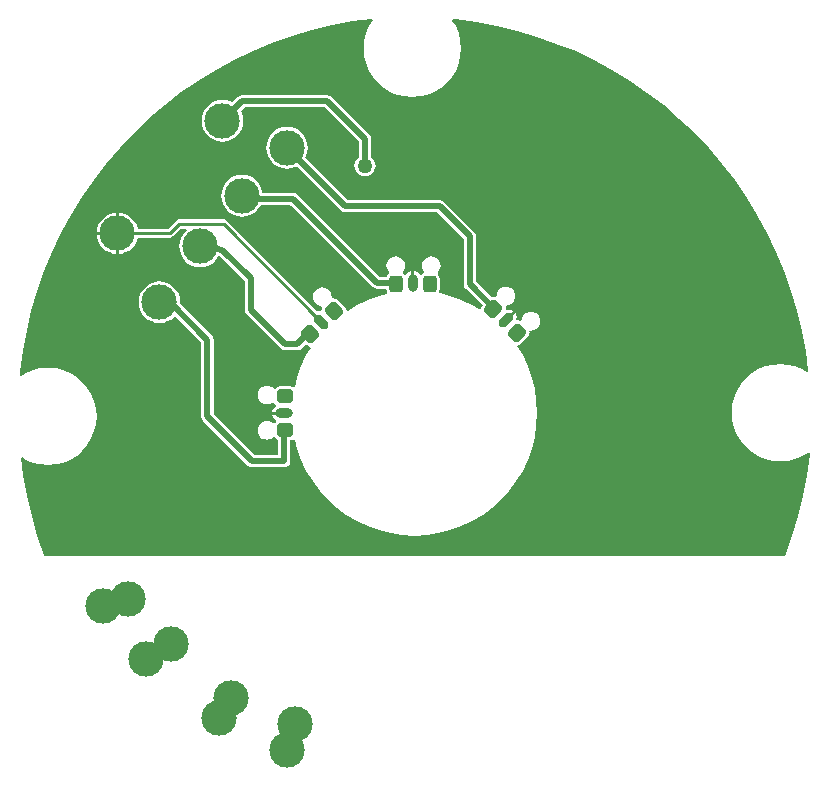
<source format=gbl>
G04*
G04 #@! TF.GenerationSoftware,Altium Limited,Altium Designer,18.0.12 (696)*
G04*
G04 Layer_Physical_Order=2*
G04 Layer_Color=16711680*
%FSLAX25Y25*%
%MOIN*%
G70*
G01*
G75*
%ADD20C,0.01968*%
%ADD21C,0.11811*%
G04:AMPARAMS|DCode=22|XSize=55.12mil|YSize=47.24mil|CornerRadius=11.81mil|HoleSize=0mil|Usage=FLASHONLY|Rotation=45.000|XOffset=0mil|YOffset=0mil|HoleType=Round|Shape=RoundedRectangle|*
%AMROUNDEDRECTD22*
21,1,0.05512,0.02362,0,0,45.0*
21,1,0.03150,0.04724,0,0,45.0*
1,1,0.02362,0.01949,0.00278*
1,1,0.02362,-0.00278,-0.01949*
1,1,0.02362,-0.01949,-0.00278*
1,1,0.02362,0.00278,0.01949*
%
%ADD22ROUNDEDRECTD22*%
G04:AMPARAMS|DCode=23|XSize=59.06mil|YSize=31.5mil|CornerRadius=0mil|HoleSize=0mil|Usage=FLASHONLY|Rotation=45.000|XOffset=0mil|YOffset=0mil|HoleType=Round|Shape=Round|*
%AMOVALD23*
21,1,0.02756,0.03150,0.00000,0.00000,45.0*
1,1,0.03150,-0.00974,-0.00974*
1,1,0.03150,0.00974,0.00974*
%
%ADD23OVALD23*%

G04:AMPARAMS|DCode=24|XSize=55.12mil|YSize=47.24mil|CornerRadius=11.81mil|HoleSize=0mil|Usage=FLASHONLY|Rotation=135.000|XOffset=0mil|YOffset=0mil|HoleType=Round|Shape=RoundedRectangle|*
%AMROUNDEDRECTD24*
21,1,0.05512,0.02362,0,0,135.0*
21,1,0.03150,0.04724,0,0,135.0*
1,1,0.02362,-0.00278,0.01949*
1,1,0.02362,0.01949,-0.00278*
1,1,0.02362,0.00278,-0.01949*
1,1,0.02362,-0.01949,0.00278*
%
%ADD24ROUNDEDRECTD24*%
G04:AMPARAMS|DCode=25|XSize=59.06mil|YSize=31.5mil|CornerRadius=0mil|HoleSize=0mil|Usage=FLASHONLY|Rotation=135.000|XOffset=0mil|YOffset=0mil|HoleType=Round|Shape=Round|*
%AMOVALD25*
21,1,0.02756,0.03150,0.00000,0.00000,135.0*
1,1,0.03150,0.00974,-0.00974*
1,1,0.03150,-0.00974,0.00974*
%
%ADD25OVALD25*%

G04:AMPARAMS|DCode=26|XSize=55.12mil|YSize=47.24mil|CornerRadius=11.81mil|HoleSize=0mil|Usage=FLASHONLY|Rotation=90.000|XOffset=0mil|YOffset=0mil|HoleType=Round|Shape=RoundedRectangle|*
%AMROUNDEDRECTD26*
21,1,0.05512,0.02362,0,0,90.0*
21,1,0.03150,0.04724,0,0,90.0*
1,1,0.02362,0.01181,0.01575*
1,1,0.02362,0.01181,-0.01575*
1,1,0.02362,-0.01181,-0.01575*
1,1,0.02362,-0.01181,0.01575*
%
%ADD26ROUNDEDRECTD26*%
%ADD27O,0.03150X0.05906*%
G04:AMPARAMS|DCode=28|XSize=55.12mil|YSize=47.24mil|CornerRadius=11.81mil|HoleSize=0mil|Usage=FLASHONLY|Rotation=180.000|XOffset=0mil|YOffset=0mil|HoleType=Round|Shape=RoundedRectangle|*
%AMROUNDEDRECTD28*
21,1,0.05512,0.02362,0,0,180.0*
21,1,0.03150,0.04724,0,0,180.0*
1,1,0.02362,-0.01575,0.01181*
1,1,0.02362,0.01575,0.01181*
1,1,0.02362,0.01575,-0.01181*
1,1,0.02362,-0.01575,-0.01181*
%
%ADD28ROUNDEDRECTD28*%
%ADD29O,0.05906X0.03150*%
%ADD30C,0.05000*%
%ADD31C,0.01000*%
G36*
X116833Y261905D02*
X117078Y261470D01*
X115849Y259465D01*
X114876Y257114D01*
X114281Y254639D01*
X114082Y252102D01*
X114281Y249565D01*
X114876Y247091D01*
X115849Y244740D01*
X117179Y242570D01*
X118832Y240635D01*
X120767Y238982D01*
X122937Y237653D01*
X125288Y236679D01*
X127762Y236085D01*
X130299Y235885D01*
X132836Y236085D01*
X135311Y236679D01*
X137662Y237653D01*
X139831Y238982D01*
X141767Y240635D01*
X143419Y242570D01*
X144749Y244740D01*
X145723Y247091D01*
X146317Y249565D01*
X146517Y252102D01*
X146317Y254639D01*
X145723Y257114D01*
X144749Y259465D01*
X143580Y261373D01*
X143873Y261852D01*
X144798Y261779D01*
X151650Y260877D01*
X158445Y259617D01*
X165165Y258004D01*
X171791Y256041D01*
X178305Y253734D01*
X184690Y251090D01*
X190928Y248114D01*
X197001Y244817D01*
X202893Y241206D01*
X208589Y237292D01*
X214071Y233085D01*
X219326Y228596D01*
X224339Y223839D01*
X229096Y218826D01*
X233585Y213571D01*
X237792Y208089D01*
X241706Y202393D01*
X245317Y196501D01*
X248614Y190427D01*
X251590Y184190D01*
X254234Y177805D01*
X256541Y171291D01*
X258504Y164665D01*
X260117Y157945D01*
X261377Y151150D01*
X262252Y144502D01*
X261809Y144187D01*
X260307Y145107D01*
X257956Y146081D01*
X255482Y146675D01*
X252945Y146875D01*
X250408Y146675D01*
X247933Y146081D01*
X245582Y145107D01*
X243413Y143778D01*
X241477Y142125D01*
X239825Y140190D01*
X238495Y138020D01*
X237521Y135669D01*
X236927Y133194D01*
X236727Y130657D01*
X236927Y128121D01*
X237521Y125646D01*
X238495Y123295D01*
X239825Y121125D01*
X241477Y119190D01*
X243413Y117537D01*
X245582Y116208D01*
X247933Y115234D01*
X250408Y114640D01*
X252945Y114440D01*
X255482Y114640D01*
X257956Y115234D01*
X260307Y116208D01*
X262254Y117401D01*
X262733Y117107D01*
X262697Y116658D01*
X261792Y109784D01*
X260529Y102968D01*
X258910Y96227D01*
X256941Y89579D01*
X254627Y83044D01*
X254524Y82795D01*
X7765D01*
X7622Y83140D01*
X5313Y89662D01*
X3348Y96296D01*
X1733Y103023D01*
X472Y109826D01*
X-284Y115566D01*
X135Y115838D01*
X1492Y115007D01*
X3843Y114033D01*
X6317Y113439D01*
X8854Y113239D01*
X11391Y113439D01*
X13866Y114033D01*
X16217Y115007D01*
X18387Y116337D01*
X20322Y117989D01*
X21974Y119924D01*
X23304Y122094D01*
X24278Y124445D01*
X24872Y126920D01*
X25072Y129457D01*
X24872Y131994D01*
X24278Y134468D01*
X23304Y136819D01*
X21974Y138989D01*
X20322Y140924D01*
X18387Y142577D01*
X16217Y143906D01*
X13866Y144880D01*
X11391Y145474D01*
X8854Y145674D01*
X6317Y145474D01*
X3843Y144880D01*
X1492Y143906D01*
X-153Y142898D01*
X-579Y143160D01*
X-488Y144320D01*
X415Y151183D01*
X1677Y157989D01*
X3293Y164719D01*
X5259Y171356D01*
X7569Y177881D01*
X10218Y184276D01*
X13198Y190523D01*
X16501Y196606D01*
X20117Y202508D01*
X24038Y208212D01*
X28252Y213704D01*
X32747Y218967D01*
X37512Y223988D01*
X42533Y228753D01*
X47796Y233248D01*
X53288Y237462D01*
X58992Y241383D01*
X64894Y244999D01*
X70977Y248302D01*
X77224Y251282D01*
X83619Y253931D01*
X90144Y256241D01*
X96781Y258207D01*
X103512Y259823D01*
X110317Y261085D01*
X116792Y261937D01*
X116833Y261905D01*
D02*
G37*
%LPC*%
G36*
X102000Y236523D02*
X73500D01*
X72726Y236369D01*
X72069Y235931D01*
X70238Y234099D01*
X69655Y234411D01*
X68354Y234806D01*
X67000Y234939D01*
X65646Y234806D01*
X64345Y234411D01*
X63145Y233769D01*
X62093Y232907D01*
X61230Y231855D01*
X60589Y230655D01*
X60194Y229354D01*
X60061Y228000D01*
X60194Y226646D01*
X60589Y225345D01*
X61230Y224145D01*
X62093Y223093D01*
X63145Y222231D01*
X64345Y221589D01*
X65646Y221194D01*
X67000Y221061D01*
X68354Y221194D01*
X69655Y221589D01*
X70855Y222231D01*
X71907Y223093D01*
X72769Y224145D01*
X73411Y225345D01*
X73806Y226646D01*
X73939Y228000D01*
X73806Y229354D01*
X73411Y230655D01*
X73099Y231238D01*
X74338Y232477D01*
X101162D01*
X112477Y221162D01*
Y215859D01*
X112004Y215496D01*
X111443Y214765D01*
X111090Y213914D01*
X110970Y213000D01*
X111090Y212086D01*
X111443Y211235D01*
X112004Y210504D01*
X112735Y209943D01*
X113586Y209590D01*
X114500Y209470D01*
X115414Y209590D01*
X116265Y209943D01*
X116996Y210504D01*
X117557Y211235D01*
X117910Y212086D01*
X118030Y213000D01*
X117910Y213914D01*
X117557Y214765D01*
X116996Y215496D01*
X116523Y215859D01*
Y222000D01*
X116369Y222774D01*
X115931Y223431D01*
X103431Y235931D01*
X102774Y236369D01*
X102000Y236523D01*
D02*
G37*
G36*
X31500Y197390D02*
X30646Y197306D01*
X29345Y196911D01*
X28145Y196270D01*
X27093Y195407D01*
X26230Y194355D01*
X25589Y193155D01*
X25194Y191854D01*
X25110Y191000D01*
X31500D01*
Y197390D01*
D02*
G37*
G36*
Y190000D02*
X25110D01*
X25194Y189146D01*
X25589Y187845D01*
X26230Y186645D01*
X27093Y185593D01*
X28145Y184731D01*
X29345Y184089D01*
X30646Y183694D01*
X31500Y183610D01*
Y190000D01*
D02*
G37*
G36*
X88500Y225939D02*
X87146Y225806D01*
X85845Y225411D01*
X84645Y224769D01*
X83593Y223907D01*
X82731Y222855D01*
X82089Y221655D01*
X81694Y220354D01*
X81561Y219000D01*
X81694Y217646D01*
X82089Y216345D01*
X82731Y215145D01*
X83593Y214093D01*
X84645Y213230D01*
X85845Y212589D01*
X87146Y212194D01*
X88500Y212061D01*
X89854Y212194D01*
X91155Y212589D01*
X91738Y212901D01*
X106569Y198069D01*
X107226Y197631D01*
X108000Y197477D01*
X138662D01*
X147477Y188662D01*
Y173500D01*
X147631Y172726D01*
X148069Y172069D01*
X153716Y166422D01*
X153265Y165747D01*
X153185Y165346D01*
X152626Y165098D01*
X150253Y166520D01*
X146630Y168234D01*
X142856Y169584D01*
X139434Y170441D01*
X139214Y171012D01*
X139326Y171180D01*
X139496Y172031D01*
Y175181D01*
X139326Y176032D01*
X138844Y176754D01*
X138689Y176857D01*
X138673Y177357D01*
X138810Y177462D01*
X139308Y178111D01*
X139621Y178866D01*
X139728Y179677D01*
X139621Y180488D01*
X139308Y181244D01*
X138810Y181893D01*
X138161Y182390D01*
X137405Y182703D01*
X136594Y182810D01*
X135784Y182703D01*
X135028Y182390D01*
X134379Y181893D01*
X133881Y181244D01*
X133568Y180488D01*
X133461Y179677D01*
X133568Y178866D01*
X133881Y178111D01*
X134148Y177763D01*
X134098Y177472D01*
X133968Y177175D01*
X133337Y176754D01*
X133249Y176622D01*
X133167Y176630D01*
X132714Y176722D01*
X132336Y177214D01*
X131799Y177627D01*
X131172Y177886D01*
X131000Y177909D01*
Y174000D01*
X130000D01*
Y177909D01*
X129828Y177886D01*
X129201Y177627D01*
X128664Y177214D01*
X128286Y176722D01*
X127833Y176630D01*
X127751Y176622D01*
X127663Y176754D01*
X127254Y177027D01*
X127210Y177102D01*
X127154Y177664D01*
X127497Y178111D01*
X127810Y178866D01*
X127917Y179677D01*
X127810Y180488D01*
X127497Y181244D01*
X126999Y181893D01*
X126350Y182390D01*
X125594Y182703D01*
X124784Y182810D01*
X123973Y182703D01*
X123217Y182390D01*
X122568Y181893D01*
X122070Y181244D01*
X121757Y180488D01*
X121650Y179677D01*
X121757Y178866D01*
X122070Y178111D01*
X122483Y177573D01*
X122487Y176975D01*
X122156Y176754D01*
X121674Y176032D01*
X121672Y176023D01*
X119338D01*
X91931Y203431D01*
X91274Y203869D01*
X90500Y204023D01*
X80338D01*
X80306Y204354D01*
X79911Y205655D01*
X79269Y206855D01*
X78407Y207907D01*
X77355Y208769D01*
X76155Y209411D01*
X74854Y209806D01*
X73500Y209939D01*
X72146Y209806D01*
X70845Y209411D01*
X69645Y208769D01*
X68593Y207907D01*
X67730Y206855D01*
X67089Y205655D01*
X66694Y204354D01*
X66561Y203000D01*
X66694Y201646D01*
X67089Y200345D01*
X67730Y199145D01*
X68593Y198093D01*
X69645Y197231D01*
X70845Y196589D01*
X72146Y196194D01*
X73500Y196061D01*
X74854Y196194D01*
X76155Y196589D01*
X77355Y197231D01*
X78407Y198093D01*
X79269Y199145D01*
X79714Y199977D01*
X89662D01*
X117069Y172569D01*
X117726Y172131D01*
X118500Y171977D01*
X121515D01*
X121674Y171180D01*
X121930Y170798D01*
X121710Y170227D01*
X119144Y169584D01*
X115370Y168234D01*
X111747Y166520D01*
X108755Y164727D01*
X108298Y164930D01*
X108235Y165247D01*
X107753Y165969D01*
X105526Y168196D01*
X104804Y168678D01*
X103953Y168847D01*
X103771Y168811D01*
X103406Y169153D01*
X103428Y169324D01*
X103321Y170135D01*
X103008Y170890D01*
X102510Y171539D01*
X101862Y172037D01*
X101106Y172350D01*
X100295Y172457D01*
X99484Y172350D01*
X98729Y172037D01*
X98080Y171539D01*
X97582Y170890D01*
X97269Y170135D01*
X97162Y169324D01*
X97269Y168513D01*
X97582Y167757D01*
X98080Y167108D01*
X98729Y166611D01*
X99484Y166297D01*
X99918Y166240D01*
X100089Y166000D01*
X100207Y165698D01*
X100059Y164953D01*
X100090Y164798D01*
X100026Y164746D01*
X99641Y164490D01*
X99026Y164571D01*
X98642Y164521D01*
X68533Y194630D01*
X68037Y194961D01*
X67452Y195078D01*
X52422D01*
X51837Y194961D01*
X51340Y194630D01*
X48740Y192029D01*
X38752D01*
X38411Y193155D01*
X37769Y194355D01*
X36907Y195407D01*
X35855Y196270D01*
X34655Y196911D01*
X33354Y197306D01*
X32500Y197390D01*
Y190500D01*
Y183610D01*
X33354Y183694D01*
X34655Y184089D01*
X35855Y184731D01*
X36907Y185593D01*
X37769Y186645D01*
X38411Y187845D01*
X38752Y188971D01*
X49373D01*
X49959Y189087D01*
X50455Y189419D01*
X53055Y192019D01*
X54987D01*
X55166Y191519D01*
X54593Y191049D01*
X53730Y189998D01*
X53089Y188798D01*
X52694Y187497D01*
X52561Y186143D01*
X52694Y184789D01*
X53089Y183487D01*
X53730Y182288D01*
X54593Y181236D01*
X55645Y180373D01*
X56845Y179732D01*
X58146Y179337D01*
X59500Y179204D01*
X60854Y179337D01*
X62155Y179732D01*
X63355Y180373D01*
X64407Y181236D01*
X65270Y182288D01*
X65611Y182926D01*
X66175Y182964D01*
X74477Y174662D01*
Y165000D01*
X74631Y164226D01*
X75069Y163569D01*
X86569Y152069D01*
X87226Y151631D01*
X88000Y151477D01*
X92000D01*
X92774Y151631D01*
X93431Y152069D01*
X94820Y153459D01*
X95031Y153247D01*
X95753Y152765D01*
X96154Y152685D01*
X96402Y152126D01*
X94980Y149753D01*
X93266Y146130D01*
X91916Y142356D01*
X91142Y139268D01*
X90676Y139088D01*
X90320Y139326D01*
X89468Y139496D01*
X86319D01*
X85468Y139326D01*
X84746Y138844D01*
X84643Y138689D01*
X84143Y138673D01*
X84038Y138810D01*
X83389Y139308D01*
X82634Y139621D01*
X81823Y139728D01*
X81012Y139621D01*
X80256Y139308D01*
X79607Y138810D01*
X79110Y138161D01*
X78796Y137405D01*
X78690Y136594D01*
X78796Y135784D01*
X79110Y135028D01*
X79607Y134379D01*
X80256Y133881D01*
X81012Y133568D01*
X81823Y133461D01*
X82634Y133568D01*
X83389Y133881D01*
X83737Y134148D01*
X84028Y134098D01*
X84325Y133968D01*
X84746Y133337D01*
X84878Y133249D01*
X84870Y133167D01*
X84778Y132714D01*
X84286Y132336D01*
X83873Y131799D01*
X83614Y131172D01*
X83591Y131000D01*
X87500D01*
Y130000D01*
X83591D01*
X83614Y129828D01*
X83873Y129201D01*
X84286Y128664D01*
X84778Y128286D01*
X84870Y127833D01*
X84878Y127751D01*
X84746Y127663D01*
X84473Y127254D01*
X84398Y127210D01*
X83836Y127154D01*
X83389Y127497D01*
X82634Y127810D01*
X81823Y127917D01*
X81012Y127810D01*
X80256Y127497D01*
X79607Y126999D01*
X79110Y126350D01*
X78796Y125594D01*
X78690Y124784D01*
X78796Y123973D01*
X79110Y123217D01*
X79607Y122568D01*
X80256Y122070D01*
X81012Y121757D01*
X81823Y121650D01*
X82634Y121757D01*
X83389Y122070D01*
X83927Y122483D01*
X84525Y122487D01*
X84746Y122156D01*
X85468Y121674D01*
X85477Y121672D01*
Y116523D01*
X77838D01*
X64023Y130338D01*
Y155000D01*
X63869Y155774D01*
X63431Y156431D01*
X52887Y166974D01*
X52939Y167500D01*
X52806Y168854D01*
X52411Y170155D01*
X51770Y171355D01*
X50907Y172407D01*
X49855Y173269D01*
X48655Y173911D01*
X47354Y174306D01*
X46000Y174439D01*
X44646Y174306D01*
X43345Y173911D01*
X42145Y173269D01*
X41093Y172407D01*
X40231Y171355D01*
X39589Y170155D01*
X39194Y168854D01*
X39061Y167500D01*
X39194Y166146D01*
X39589Y164845D01*
X40231Y163645D01*
X41093Y162593D01*
X42145Y161731D01*
X43345Y161089D01*
X44646Y160694D01*
X46000Y160561D01*
X47354Y160694D01*
X48655Y161089D01*
X49855Y161731D01*
X50907Y162593D01*
X50958Y162657D01*
X51458Y162681D01*
X59977Y154162D01*
Y129500D01*
X60131Y128726D01*
X60569Y128069D01*
X75569Y113069D01*
X76226Y112631D01*
X77000Y112477D01*
X87500D01*
X88274Y112631D01*
X88931Y113069D01*
X89369Y113726D01*
X89523Y114500D01*
Y121515D01*
X90320Y121674D01*
X90676Y121912D01*
X91142Y121732D01*
X91916Y118644D01*
X93266Y114870D01*
X94980Y111247D01*
X97040Y107809D01*
X99428Y104589D01*
X102120Y101620D01*
X105089Y98928D01*
X108309Y96540D01*
X111747Y94480D01*
X115370Y92766D01*
X119144Y91416D01*
X123032Y90442D01*
X126997Y89854D01*
X131000Y89657D01*
X135003Y89854D01*
X138968Y90442D01*
X142856Y91416D01*
X146630Y92766D01*
X150253Y94480D01*
X153691Y96540D01*
X156911Y98928D01*
X159880Y101620D01*
X162572Y104589D01*
X164960Y107809D01*
X167020Y111247D01*
X168734Y114870D01*
X170084Y118644D01*
X171058Y122532D01*
X171646Y126497D01*
X171843Y130500D01*
X171646Y134503D01*
X171058Y138468D01*
X170084Y142356D01*
X168734Y146130D01*
X167020Y149753D01*
X165227Y152745D01*
X165430Y153202D01*
X165747Y153265D01*
X166469Y153747D01*
X168696Y155974D01*
X169178Y156696D01*
X169347Y157547D01*
X169311Y157729D01*
X169653Y158094D01*
X169824Y158072D01*
X170635Y158179D01*
X171390Y158492D01*
X172039Y158990D01*
X172537Y159638D01*
X172850Y160394D01*
X172957Y161205D01*
X172850Y162016D01*
X172537Y162771D01*
X172039Y163420D01*
X171390Y163918D01*
X170635Y164231D01*
X169824Y164338D01*
X169013Y164231D01*
X168257Y163918D01*
X167608Y163420D01*
X167111Y162771D01*
X166797Y162016D01*
X166740Y161582D01*
X166500Y161411D01*
X166198Y161293D01*
X165453Y161441D01*
X165298Y161410D01*
X165246Y161474D01*
X164990Y161859D01*
X165071Y162474D01*
X164983Y163146D01*
X164724Y163773D01*
X164618Y163911D01*
X161854Y161146D01*
X161146Y161854D01*
X163911Y164618D01*
X163773Y164724D01*
X163146Y164983D01*
X162474Y165071D01*
X161859Y164990D01*
X161474Y165246D01*
X161410Y165298D01*
X161441Y165453D01*
X161345Y165936D01*
X161367Y166019D01*
X161725Y166457D01*
X162283Y166530D01*
X163039Y166843D01*
X163688Y167341D01*
X164186Y167990D01*
X164498Y168746D01*
X164605Y169557D01*
X164498Y170368D01*
X164186Y171123D01*
X163688Y171772D01*
X163039Y172270D01*
X162283Y172583D01*
X161472Y172690D01*
X160661Y172583D01*
X159906Y172270D01*
X159257Y171772D01*
X158759Y171123D01*
X158446Y170368D01*
X158357Y169696D01*
X157938Y169270D01*
X157547Y169347D01*
X156696Y169178D01*
X156688Y169173D01*
X151523Y174338D01*
Y189500D01*
X151369Y190274D01*
X150931Y190931D01*
X140931Y200931D01*
X140274Y201369D01*
X139500Y201523D01*
X108838D01*
X94599Y215762D01*
X94911Y216345D01*
X95306Y217646D01*
X95439Y219000D01*
X95306Y220354D01*
X94911Y221655D01*
X94270Y222855D01*
X93407Y223907D01*
X92355Y224769D01*
X91155Y225411D01*
X89854Y225806D01*
X88500Y225939D01*
D02*
G37*
%LPD*%
D20*
X73500Y202000D02*
X90500D01*
X114500Y213000D02*
Y222000D01*
X102000Y234500D02*
X114500Y222000D01*
X73500Y234500D02*
X102000D01*
X67000Y228000D02*
X73500Y234500D01*
X62000Y129500D02*
Y155000D01*
X46000Y167500D02*
X49500D01*
X62000Y155000D01*
X108000Y199500D02*
X139500D01*
X88500Y219000D02*
X108000Y199500D01*
X73500Y202000D02*
Y203000D01*
X90500Y202000D02*
X118500Y174000D01*
X57500Y186500D02*
X59500Y186143D01*
X76500Y165000D02*
X88000Y153500D01*
X59500Y186143D02*
X67000Y185000D01*
X76500Y175500D01*
Y165000D02*
Y175500D01*
X88000Y153500D02*
X92000D01*
X118500Y174000D02*
X125500D01*
X139500Y199500D02*
X149500Y189500D01*
Y173500D02*
Y189500D01*
Y173500D02*
X157965Y165035D01*
X92000Y153500D02*
X95964Y157465D01*
X96465D01*
X87500Y114500D02*
Y125500D01*
X77000Y114500D02*
X87500D01*
X62000Y129500D02*
X77000Y114500D01*
D21*
X91315Y26752D02*
D03*
X69898Y35413D02*
D03*
X49937Y53445D02*
D03*
X35528Y68602D02*
D03*
X88583Y18386D02*
D03*
X65866Y28858D02*
D03*
X41575Y48543D02*
D03*
X27283Y66102D02*
D03*
X67000Y228000D02*
D03*
X32000Y190500D02*
D03*
X88500Y219000D02*
D03*
X73500Y203000D02*
D03*
X59500Y186143D02*
D03*
X46000Y167500D02*
D03*
D22*
X157269Y165175D02*
D03*
X165175Y157269D02*
D03*
D23*
X161500Y161500D02*
D03*
D24*
X96325Y156769D02*
D03*
X104232Y164675D02*
D03*
D25*
X100000Y161000D02*
D03*
D26*
X124909Y173606D02*
D03*
X136091D02*
D03*
D27*
X130500Y174000D02*
D03*
D28*
X87894Y124909D02*
D03*
Y136091D02*
D03*
D29*
X87500Y130500D02*
D03*
D30*
X114500Y213000D02*
D03*
D31*
X101101Y159899D02*
X101228Y160026D01*
X100974Y159772D02*
X101101Y159899D01*
X101101Y159899D02*
X101101Y159899D01*
X100000Y161000D02*
X101101Y159899D01*
X67452Y193548D02*
X100000Y161000D01*
X160918Y161500D02*
X161500D01*
X159444Y160026D02*
X160918Y161500D01*
X87500Y130500D02*
X88878D01*
X32000Y190500D02*
X49373D01*
X52422Y193548D02*
X67452D01*
X49373Y190500D02*
X52422Y193548D01*
M02*

</source>
